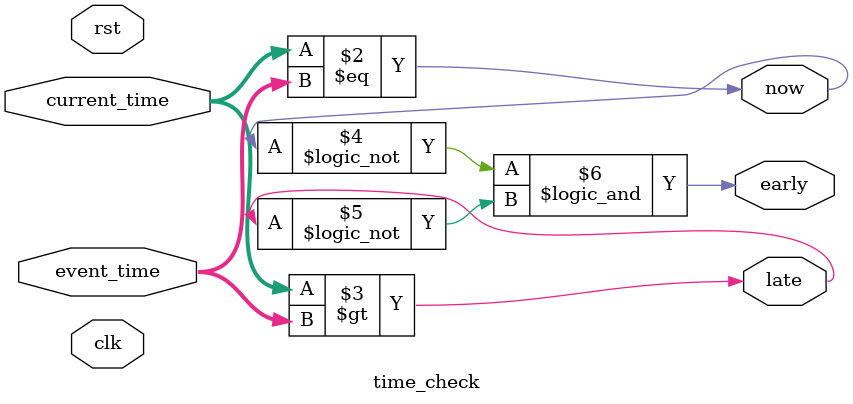
<source format=sv>

module time_check
    (
     input logic  clk,
     input logic  rst,
     // Current system time
     input [63:0] current_time,
     // Time stamp to compare
     input [63:0] event_time,
     // Flags
     output logic early,
     output logic now,
     output logic late
     );

    //
    // Pure combinatorial evaluation
    // NOTE: Good chance will have to revisit this and make
    // pipelined logic to close high speed clock timing.
    //
    always_comb begin
        now = (current_time == event_time);
        late = (current_time > event_time);
        early = !now && !late;
    end

    //
    // 1 stage pipeline version
    // (NOTE: left this here in case it becomes apparent in early implementation we have timing closure issues)
    /*
     logic [63:0] time_delta;

     always_ff @(posedge clk) begin
     if (rst) begin
     time_delta <= 64'b0;
      end else begin
     time_delta <= event_time - current_time;
      end
   end

     always_comb begin
     now = ~(|time_delta);
     late = time_delta[63];
     early = !now && !late;
   end
     */


endmodule // time_check

</source>
